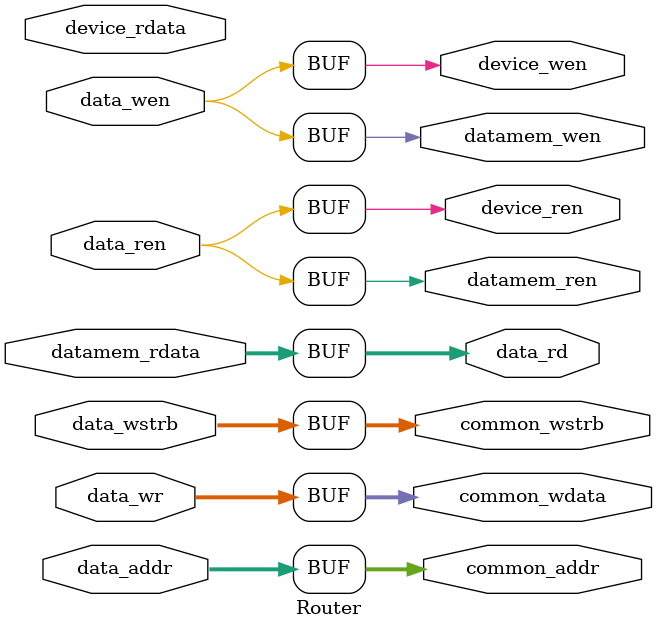
<source format=v>
module Router(
    // from cpu
    input  wire  [ 31 : 0 ] data_addr,
    input  wire             data_ren,
    output wire  [ 31 : 0 ] data_rd,
    input  wire             data_wen,
    input  wire  [ 31 : 0 ] data_wr,
    input  wire  [  3 : 0 ] data_wstrb,
    // to memory
    // data, data use the common data bus, these are control signals
    output wire             datamem_ren,
    input  wire [ 31 : 0 ]  datamem_rdata,
    output wire             datamem_wen,
    // to device
    output wire             device_ren,
    output wire             device_wen,
    input  wire [ 31 : 0 ]  device_rdata,
    // common databus
    output wire [ 31 : 0 ]  common_addr,
    output wire [ 31 : 0 ]  common_wdata,
    output wire [  3 : 0 ]  common_wstrb 
);
    assign common_addr  = data_addr;
    assign common_wdata = data_wr;
    assign common_wstrb = data_wstrb;
    assign data_rd = datamem_rdata;

    assign datamem_ren = data_ren;
    assign datamem_wen = data_wen;
    assign device_ren  = data_ren;
    assign device_wen  = data_wen;

endmodule
</source>
